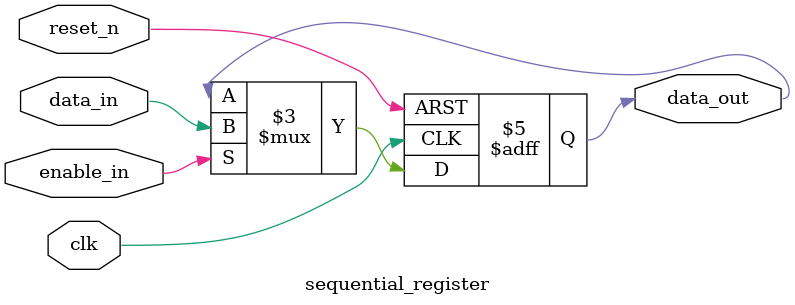
<source format=sv>
module sequential_register (
    input logic data_in,
    output logic data_out,
    input logic clk,
    input logic reset_n,
    input logic enable_in
);
    always_ff @(posedge clk or negedge reset_n) begin
        if (!reset_n) begin
            data_out <= 1'b0; 
        end else if (enable_in) begin
            data_out <= data_in; 
        end
    end
endmodule


</source>
